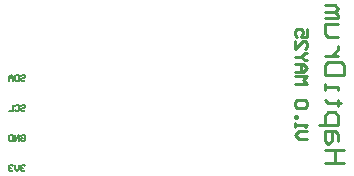
<source format=gbo>
G04*
G04 #@! TF.GenerationSoftware,Altium Limited,Altium Designer,23.0.1 (38)*
G04*
G04 Layer_Color=32896*
%FSLAX25Y25*%
%MOIN*%
G70*
G04*
G04 #@! TF.SameCoordinates,C4E3482C-EC36-4988-95D7-60F58037128F*
G04*
G04*
G04 #@! TF.FilePolarity,Positive*
G04*
G01*
G75*
%ADD14C,0.01000*%
%ADD17C,0.00591*%
D14*
X100605Y-152619D02*
X97981D01*
X96669Y-151307D01*
X97981Y-149995D01*
X100605D01*
X96669Y-148683D02*
Y-147371D01*
Y-148027D01*
X100605D01*
X99949Y-148683D01*
X96669Y-145403D02*
X97325D01*
Y-144747D01*
X96669D01*
Y-145403D01*
X99949Y-142123D02*
X100605Y-141467D01*
Y-140156D01*
X99949Y-139500D01*
X97325D01*
X96669Y-140156D01*
Y-141467D01*
X97325Y-142123D01*
X99949D01*
X96669Y-134252D02*
X100605D01*
X99293Y-132940D01*
X100605Y-131628D01*
X96669D01*
Y-130316D02*
X99293D01*
X100605Y-129004D01*
X99293Y-127692D01*
X96669D01*
X98637D01*
Y-130316D01*
X100605Y-126381D02*
X99949D01*
X98637Y-125069D01*
X99949Y-123757D01*
X100605D01*
X98637Y-125069D02*
X96669D01*
Y-119821D02*
Y-122445D01*
X99293Y-119821D01*
X99949D01*
X100605Y-120477D01*
Y-121789D01*
X99949Y-122445D01*
X100605Y-115885D02*
Y-118509D01*
X98637D01*
X99293Y-117197D01*
Y-116541D01*
X98637Y-115885D01*
X97325D01*
X96669Y-116541D01*
Y-117853D01*
X97325Y-118509D01*
X112940Y-160490D02*
X106642D01*
X109791D01*
Y-156292D01*
X112940D01*
X106642D01*
X110840Y-153144D02*
Y-151044D01*
X109791Y-149995D01*
X106642D01*
Y-153144D01*
X107692Y-154193D01*
X108741Y-153144D01*
Y-149995D01*
X104543Y-147896D02*
X110840D01*
Y-144747D01*
X109791Y-143698D01*
X107692D01*
X106642Y-144747D01*
Y-147896D01*
X111890Y-140549D02*
X110840D01*
Y-141599D01*
Y-139500D01*
Y-140549D01*
X107692D01*
X106642Y-139500D01*
Y-136351D02*
Y-134252D01*
Y-135301D01*
X110840D01*
Y-136351D01*
X112940Y-131103D02*
X106642D01*
Y-127955D01*
X107692Y-126905D01*
X111890D01*
X112940Y-127955D01*
Y-131103D01*
X110840Y-124806D02*
X106642D01*
X108741D01*
X109791Y-123757D01*
X110840Y-122707D01*
Y-121658D01*
Y-118509D02*
X107692D01*
X106642Y-117459D01*
Y-114311D01*
X110840D01*
X106642Y-112212D02*
X110840D01*
Y-111162D01*
X109791Y-110113D01*
X106642D01*
X109791D01*
X110840Y-109063D01*
X109791Y-108014D01*
X106642D01*
D17*
X6561Y-161549D02*
X6233Y-161221D01*
X5577D01*
X5249Y-161549D01*
Y-161877D01*
X5577Y-162205D01*
X5905D01*
X5577D01*
X5249Y-162533D01*
Y-162861D01*
X5577Y-163189D01*
X6233D01*
X6561Y-162861D01*
X4593Y-161221D02*
Y-162533D01*
X3937Y-163189D01*
X3281Y-162533D01*
Y-161221D01*
X2625Y-161549D02*
X2297Y-161221D01*
X1641D01*
X1313Y-161549D01*
Y-161877D01*
X1641Y-162205D01*
X1969D01*
X1641D01*
X1313Y-162533D01*
Y-162861D01*
X1641Y-163189D01*
X2297D01*
X2625Y-162861D01*
X5249Y-151549D02*
X5577Y-151221D01*
X6233D01*
X6561Y-151549D01*
Y-152861D01*
X6233Y-153189D01*
X5577D01*
X5249Y-152861D01*
Y-152205D01*
X5905D01*
X4593Y-153189D02*
Y-151221D01*
X3281Y-153189D01*
Y-151221D01*
X2625D02*
Y-153189D01*
X1641D01*
X1313Y-152861D01*
Y-151549D01*
X1641Y-151221D01*
X2625D01*
X5249Y-141549D02*
X5577Y-141221D01*
X6233D01*
X6561Y-141549D01*
Y-141877D01*
X6233Y-142205D01*
X5577D01*
X5249Y-142533D01*
Y-142861D01*
X5577Y-143189D01*
X6233D01*
X6561Y-142861D01*
X3281Y-141549D02*
X3609Y-141221D01*
X4265D01*
X4593Y-141549D01*
Y-142861D01*
X4265Y-143189D01*
X3609D01*
X3281Y-142861D01*
X2625Y-141221D02*
Y-143189D01*
X1313D01*
X5249Y-131549D02*
X5577Y-131221D01*
X6233D01*
X6561Y-131549D01*
Y-131877D01*
X6233Y-132205D01*
X5577D01*
X5249Y-132533D01*
Y-132861D01*
X5577Y-133189D01*
X6233D01*
X6561Y-132861D01*
X4593Y-131221D02*
Y-133189D01*
X3609D01*
X3281Y-132861D01*
Y-131549D01*
X3609Y-131221D01*
X4593D01*
X2625Y-133189D02*
Y-131877D01*
X1969Y-131221D01*
X1313Y-131877D01*
Y-133189D01*
Y-132205D01*
X2625D01*
M02*

</source>
